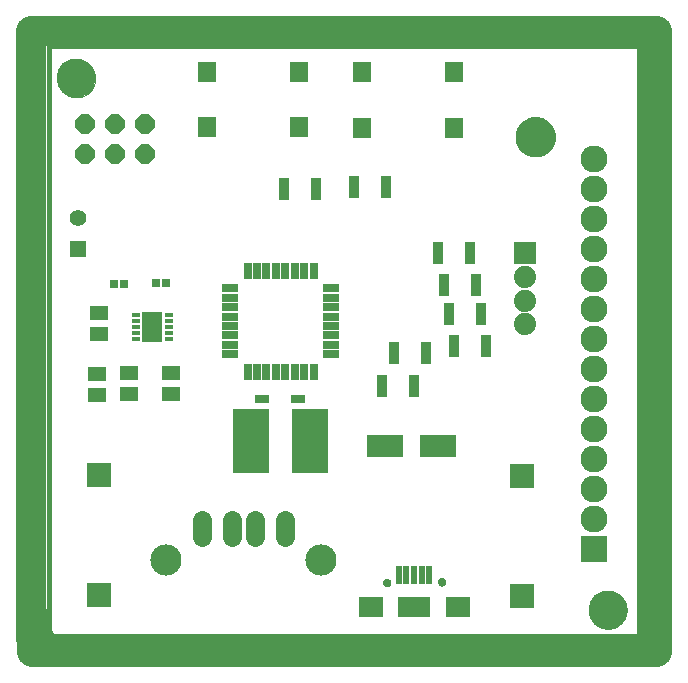
<source format=gts>
G75*
%MOIN*%
%OFA0B0*%
%FSLAX25Y25*%
%IPPOS*%
%LPD*%
%AMOC8*
5,1,8,0,0,1.08239X$1,22.5*
%
%ADD10C,0.01600*%
%ADD11C,0.00000*%
%ADD12C,0.12998*%
%ADD13C,0.10000*%
%ADD14R,0.06100X0.04800*%
%ADD15C,0.09000*%
%ADD16R,0.09000X0.09000*%
%ADD17C,0.00500*%
%ADD18R,0.07400X0.07400*%
%ADD19C,0.07400*%
%ADD20R,0.12211X0.07408*%
%ADD21R,0.05912X0.06699*%
%ADD22R,0.04731X0.03156*%
%ADD23R,0.12211X0.21660*%
%ADD24R,0.03550X0.07487*%
%ADD25R,0.02600X0.02800*%
%ADD26R,0.02762X0.01345*%
%ADD27R,0.06896X0.09849*%
%ADD28R,0.02600X0.05400*%
%ADD29R,0.05400X0.02600*%
%ADD30R,0.01975X0.06109*%
%ADD31C,0.02762*%
%ADD32R,0.07874X0.06693*%
%ADD33R,0.10630X0.06693*%
%ADD34C,0.06337*%
%ADD35C,0.10400*%
%ADD36OC8,0.06400*%
%ADD37R,0.08200X0.08200*%
%ADD38R,0.05550X0.05550*%
%ADD39C,0.05550*%
D10*
X0123337Y0016382D02*
X0123337Y0213232D01*
X0320187Y0213232D01*
X0320187Y0016382D01*
X0123337Y0016382D01*
D11*
X0234912Y0034217D02*
X0234914Y0034286D01*
X0234920Y0034354D01*
X0234930Y0034422D01*
X0234944Y0034489D01*
X0234962Y0034556D01*
X0234983Y0034621D01*
X0235009Y0034685D01*
X0235038Y0034747D01*
X0235070Y0034807D01*
X0235106Y0034866D01*
X0235146Y0034922D01*
X0235188Y0034976D01*
X0235234Y0035027D01*
X0235283Y0035076D01*
X0235334Y0035122D01*
X0235388Y0035164D01*
X0235444Y0035204D01*
X0235502Y0035240D01*
X0235563Y0035272D01*
X0235625Y0035301D01*
X0235689Y0035327D01*
X0235754Y0035348D01*
X0235821Y0035366D01*
X0235888Y0035380D01*
X0235956Y0035390D01*
X0236024Y0035396D01*
X0236093Y0035398D01*
X0236162Y0035396D01*
X0236230Y0035390D01*
X0236298Y0035380D01*
X0236365Y0035366D01*
X0236432Y0035348D01*
X0236497Y0035327D01*
X0236561Y0035301D01*
X0236623Y0035272D01*
X0236683Y0035240D01*
X0236742Y0035204D01*
X0236798Y0035164D01*
X0236852Y0035122D01*
X0236903Y0035076D01*
X0236952Y0035027D01*
X0236998Y0034976D01*
X0237040Y0034922D01*
X0237080Y0034866D01*
X0237116Y0034807D01*
X0237148Y0034747D01*
X0237177Y0034685D01*
X0237203Y0034621D01*
X0237224Y0034556D01*
X0237242Y0034489D01*
X0237256Y0034422D01*
X0237266Y0034354D01*
X0237272Y0034286D01*
X0237274Y0034217D01*
X0237272Y0034148D01*
X0237266Y0034080D01*
X0237256Y0034012D01*
X0237242Y0033945D01*
X0237224Y0033878D01*
X0237203Y0033813D01*
X0237177Y0033749D01*
X0237148Y0033687D01*
X0237116Y0033626D01*
X0237080Y0033568D01*
X0237040Y0033512D01*
X0236998Y0033458D01*
X0236952Y0033407D01*
X0236903Y0033358D01*
X0236852Y0033312D01*
X0236798Y0033270D01*
X0236742Y0033230D01*
X0236684Y0033194D01*
X0236623Y0033162D01*
X0236561Y0033133D01*
X0236497Y0033107D01*
X0236432Y0033086D01*
X0236365Y0033068D01*
X0236298Y0033054D01*
X0236230Y0033044D01*
X0236162Y0033038D01*
X0236093Y0033036D01*
X0236024Y0033038D01*
X0235956Y0033044D01*
X0235888Y0033054D01*
X0235821Y0033068D01*
X0235754Y0033086D01*
X0235689Y0033107D01*
X0235625Y0033133D01*
X0235563Y0033162D01*
X0235502Y0033194D01*
X0235444Y0033230D01*
X0235388Y0033270D01*
X0235334Y0033312D01*
X0235283Y0033358D01*
X0235234Y0033407D01*
X0235188Y0033458D01*
X0235146Y0033512D01*
X0235106Y0033568D01*
X0235070Y0033626D01*
X0235038Y0033687D01*
X0235009Y0033749D01*
X0234983Y0033813D01*
X0234962Y0033878D01*
X0234944Y0033945D01*
X0234930Y0034012D01*
X0234920Y0034080D01*
X0234914Y0034148D01*
X0234912Y0034217D01*
X0253219Y0034413D02*
X0253221Y0034482D01*
X0253227Y0034550D01*
X0253237Y0034618D01*
X0253251Y0034685D01*
X0253269Y0034752D01*
X0253290Y0034817D01*
X0253316Y0034881D01*
X0253345Y0034943D01*
X0253377Y0035003D01*
X0253413Y0035062D01*
X0253453Y0035118D01*
X0253495Y0035172D01*
X0253541Y0035223D01*
X0253590Y0035272D01*
X0253641Y0035318D01*
X0253695Y0035360D01*
X0253751Y0035400D01*
X0253809Y0035436D01*
X0253870Y0035468D01*
X0253932Y0035497D01*
X0253996Y0035523D01*
X0254061Y0035544D01*
X0254128Y0035562D01*
X0254195Y0035576D01*
X0254263Y0035586D01*
X0254331Y0035592D01*
X0254400Y0035594D01*
X0254469Y0035592D01*
X0254537Y0035586D01*
X0254605Y0035576D01*
X0254672Y0035562D01*
X0254739Y0035544D01*
X0254804Y0035523D01*
X0254868Y0035497D01*
X0254930Y0035468D01*
X0254990Y0035436D01*
X0255049Y0035400D01*
X0255105Y0035360D01*
X0255159Y0035318D01*
X0255210Y0035272D01*
X0255259Y0035223D01*
X0255305Y0035172D01*
X0255347Y0035118D01*
X0255387Y0035062D01*
X0255423Y0035003D01*
X0255455Y0034943D01*
X0255484Y0034881D01*
X0255510Y0034817D01*
X0255531Y0034752D01*
X0255549Y0034685D01*
X0255563Y0034618D01*
X0255573Y0034550D01*
X0255579Y0034482D01*
X0255581Y0034413D01*
X0255579Y0034344D01*
X0255573Y0034276D01*
X0255563Y0034208D01*
X0255549Y0034141D01*
X0255531Y0034074D01*
X0255510Y0034009D01*
X0255484Y0033945D01*
X0255455Y0033883D01*
X0255423Y0033822D01*
X0255387Y0033764D01*
X0255347Y0033708D01*
X0255305Y0033654D01*
X0255259Y0033603D01*
X0255210Y0033554D01*
X0255159Y0033508D01*
X0255105Y0033466D01*
X0255049Y0033426D01*
X0254991Y0033390D01*
X0254930Y0033358D01*
X0254868Y0033329D01*
X0254804Y0033303D01*
X0254739Y0033282D01*
X0254672Y0033264D01*
X0254605Y0033250D01*
X0254537Y0033240D01*
X0254469Y0033234D01*
X0254400Y0033232D01*
X0254331Y0033234D01*
X0254263Y0033240D01*
X0254195Y0033250D01*
X0254128Y0033264D01*
X0254061Y0033282D01*
X0253996Y0033303D01*
X0253932Y0033329D01*
X0253870Y0033358D01*
X0253809Y0033390D01*
X0253751Y0033426D01*
X0253695Y0033466D01*
X0253641Y0033508D01*
X0253590Y0033554D01*
X0253541Y0033603D01*
X0253495Y0033654D01*
X0253453Y0033708D01*
X0253413Y0033764D01*
X0253377Y0033822D01*
X0253345Y0033883D01*
X0253316Y0033945D01*
X0253290Y0034009D01*
X0253269Y0034074D01*
X0253251Y0034141D01*
X0253237Y0034208D01*
X0253227Y0034276D01*
X0253221Y0034344D01*
X0253219Y0034413D01*
X0303416Y0025122D02*
X0303418Y0025280D01*
X0303424Y0025438D01*
X0303434Y0025596D01*
X0303448Y0025754D01*
X0303466Y0025911D01*
X0303487Y0026068D01*
X0303513Y0026224D01*
X0303543Y0026380D01*
X0303576Y0026535D01*
X0303614Y0026688D01*
X0303655Y0026841D01*
X0303700Y0026993D01*
X0303749Y0027144D01*
X0303802Y0027293D01*
X0303858Y0027441D01*
X0303918Y0027587D01*
X0303982Y0027732D01*
X0304050Y0027875D01*
X0304121Y0028017D01*
X0304195Y0028157D01*
X0304273Y0028294D01*
X0304355Y0028430D01*
X0304439Y0028564D01*
X0304528Y0028695D01*
X0304619Y0028824D01*
X0304714Y0028951D01*
X0304811Y0029076D01*
X0304912Y0029198D01*
X0305016Y0029317D01*
X0305123Y0029434D01*
X0305233Y0029548D01*
X0305346Y0029659D01*
X0305461Y0029768D01*
X0305579Y0029873D01*
X0305700Y0029975D01*
X0305823Y0030075D01*
X0305949Y0030171D01*
X0306077Y0030264D01*
X0306207Y0030354D01*
X0306340Y0030440D01*
X0306475Y0030524D01*
X0306611Y0030603D01*
X0306750Y0030680D01*
X0306891Y0030752D01*
X0307033Y0030822D01*
X0307177Y0030887D01*
X0307323Y0030949D01*
X0307470Y0031007D01*
X0307619Y0031062D01*
X0307769Y0031113D01*
X0307920Y0031160D01*
X0308072Y0031203D01*
X0308225Y0031242D01*
X0308380Y0031278D01*
X0308535Y0031309D01*
X0308691Y0031337D01*
X0308847Y0031361D01*
X0309004Y0031381D01*
X0309162Y0031397D01*
X0309319Y0031409D01*
X0309478Y0031417D01*
X0309636Y0031421D01*
X0309794Y0031421D01*
X0309952Y0031417D01*
X0310111Y0031409D01*
X0310268Y0031397D01*
X0310426Y0031381D01*
X0310583Y0031361D01*
X0310739Y0031337D01*
X0310895Y0031309D01*
X0311050Y0031278D01*
X0311205Y0031242D01*
X0311358Y0031203D01*
X0311510Y0031160D01*
X0311661Y0031113D01*
X0311811Y0031062D01*
X0311960Y0031007D01*
X0312107Y0030949D01*
X0312253Y0030887D01*
X0312397Y0030822D01*
X0312539Y0030752D01*
X0312680Y0030680D01*
X0312819Y0030603D01*
X0312955Y0030524D01*
X0313090Y0030440D01*
X0313223Y0030354D01*
X0313353Y0030264D01*
X0313481Y0030171D01*
X0313607Y0030075D01*
X0313730Y0029975D01*
X0313851Y0029873D01*
X0313969Y0029768D01*
X0314084Y0029659D01*
X0314197Y0029548D01*
X0314307Y0029434D01*
X0314414Y0029317D01*
X0314518Y0029198D01*
X0314619Y0029076D01*
X0314716Y0028951D01*
X0314811Y0028824D01*
X0314902Y0028695D01*
X0314991Y0028564D01*
X0315075Y0028430D01*
X0315157Y0028294D01*
X0315235Y0028157D01*
X0315309Y0028017D01*
X0315380Y0027875D01*
X0315448Y0027732D01*
X0315512Y0027587D01*
X0315572Y0027441D01*
X0315628Y0027293D01*
X0315681Y0027144D01*
X0315730Y0026993D01*
X0315775Y0026841D01*
X0315816Y0026688D01*
X0315854Y0026535D01*
X0315887Y0026380D01*
X0315917Y0026224D01*
X0315943Y0026068D01*
X0315964Y0025911D01*
X0315982Y0025754D01*
X0315996Y0025596D01*
X0316006Y0025438D01*
X0316012Y0025280D01*
X0316014Y0025122D01*
X0316012Y0024964D01*
X0316006Y0024806D01*
X0315996Y0024648D01*
X0315982Y0024490D01*
X0315964Y0024333D01*
X0315943Y0024176D01*
X0315917Y0024020D01*
X0315887Y0023864D01*
X0315854Y0023709D01*
X0315816Y0023556D01*
X0315775Y0023403D01*
X0315730Y0023251D01*
X0315681Y0023100D01*
X0315628Y0022951D01*
X0315572Y0022803D01*
X0315512Y0022657D01*
X0315448Y0022512D01*
X0315380Y0022369D01*
X0315309Y0022227D01*
X0315235Y0022087D01*
X0315157Y0021950D01*
X0315075Y0021814D01*
X0314991Y0021680D01*
X0314902Y0021549D01*
X0314811Y0021420D01*
X0314716Y0021293D01*
X0314619Y0021168D01*
X0314518Y0021046D01*
X0314414Y0020927D01*
X0314307Y0020810D01*
X0314197Y0020696D01*
X0314084Y0020585D01*
X0313969Y0020476D01*
X0313851Y0020371D01*
X0313730Y0020269D01*
X0313607Y0020169D01*
X0313481Y0020073D01*
X0313353Y0019980D01*
X0313223Y0019890D01*
X0313090Y0019804D01*
X0312955Y0019720D01*
X0312819Y0019641D01*
X0312680Y0019564D01*
X0312539Y0019492D01*
X0312397Y0019422D01*
X0312253Y0019357D01*
X0312107Y0019295D01*
X0311960Y0019237D01*
X0311811Y0019182D01*
X0311661Y0019131D01*
X0311510Y0019084D01*
X0311358Y0019041D01*
X0311205Y0019002D01*
X0311050Y0018966D01*
X0310895Y0018935D01*
X0310739Y0018907D01*
X0310583Y0018883D01*
X0310426Y0018863D01*
X0310268Y0018847D01*
X0310111Y0018835D01*
X0309952Y0018827D01*
X0309794Y0018823D01*
X0309636Y0018823D01*
X0309478Y0018827D01*
X0309319Y0018835D01*
X0309162Y0018847D01*
X0309004Y0018863D01*
X0308847Y0018883D01*
X0308691Y0018907D01*
X0308535Y0018935D01*
X0308380Y0018966D01*
X0308225Y0019002D01*
X0308072Y0019041D01*
X0307920Y0019084D01*
X0307769Y0019131D01*
X0307619Y0019182D01*
X0307470Y0019237D01*
X0307323Y0019295D01*
X0307177Y0019357D01*
X0307033Y0019422D01*
X0306891Y0019492D01*
X0306750Y0019564D01*
X0306611Y0019641D01*
X0306475Y0019720D01*
X0306340Y0019804D01*
X0306207Y0019890D01*
X0306077Y0019980D01*
X0305949Y0020073D01*
X0305823Y0020169D01*
X0305700Y0020269D01*
X0305579Y0020371D01*
X0305461Y0020476D01*
X0305346Y0020585D01*
X0305233Y0020696D01*
X0305123Y0020810D01*
X0305016Y0020927D01*
X0304912Y0021046D01*
X0304811Y0021168D01*
X0304714Y0021293D01*
X0304619Y0021420D01*
X0304528Y0021549D01*
X0304439Y0021680D01*
X0304355Y0021814D01*
X0304273Y0021950D01*
X0304195Y0022087D01*
X0304121Y0022227D01*
X0304050Y0022369D01*
X0303982Y0022512D01*
X0303918Y0022657D01*
X0303858Y0022803D01*
X0303802Y0022951D01*
X0303749Y0023100D01*
X0303700Y0023251D01*
X0303655Y0023403D01*
X0303614Y0023556D01*
X0303576Y0023709D01*
X0303543Y0023864D01*
X0303513Y0024020D01*
X0303487Y0024176D01*
X0303466Y0024333D01*
X0303448Y0024490D01*
X0303434Y0024648D01*
X0303424Y0024806D01*
X0303418Y0024964D01*
X0303416Y0025122D01*
X0279360Y0182642D02*
X0279362Y0182800D01*
X0279368Y0182958D01*
X0279378Y0183116D01*
X0279392Y0183274D01*
X0279410Y0183431D01*
X0279431Y0183588D01*
X0279457Y0183744D01*
X0279487Y0183900D01*
X0279520Y0184055D01*
X0279558Y0184208D01*
X0279599Y0184361D01*
X0279644Y0184513D01*
X0279693Y0184664D01*
X0279746Y0184813D01*
X0279802Y0184961D01*
X0279862Y0185107D01*
X0279926Y0185252D01*
X0279994Y0185395D01*
X0280065Y0185537D01*
X0280139Y0185677D01*
X0280217Y0185814D01*
X0280299Y0185950D01*
X0280383Y0186084D01*
X0280472Y0186215D01*
X0280563Y0186344D01*
X0280658Y0186471D01*
X0280755Y0186596D01*
X0280856Y0186718D01*
X0280960Y0186837D01*
X0281067Y0186954D01*
X0281177Y0187068D01*
X0281290Y0187179D01*
X0281405Y0187288D01*
X0281523Y0187393D01*
X0281644Y0187495D01*
X0281767Y0187595D01*
X0281893Y0187691D01*
X0282021Y0187784D01*
X0282151Y0187874D01*
X0282284Y0187960D01*
X0282419Y0188044D01*
X0282555Y0188123D01*
X0282694Y0188200D01*
X0282835Y0188272D01*
X0282977Y0188342D01*
X0283121Y0188407D01*
X0283267Y0188469D01*
X0283414Y0188527D01*
X0283563Y0188582D01*
X0283713Y0188633D01*
X0283864Y0188680D01*
X0284016Y0188723D01*
X0284169Y0188762D01*
X0284324Y0188798D01*
X0284479Y0188829D01*
X0284635Y0188857D01*
X0284791Y0188881D01*
X0284948Y0188901D01*
X0285106Y0188917D01*
X0285263Y0188929D01*
X0285422Y0188937D01*
X0285580Y0188941D01*
X0285738Y0188941D01*
X0285896Y0188937D01*
X0286055Y0188929D01*
X0286212Y0188917D01*
X0286370Y0188901D01*
X0286527Y0188881D01*
X0286683Y0188857D01*
X0286839Y0188829D01*
X0286994Y0188798D01*
X0287149Y0188762D01*
X0287302Y0188723D01*
X0287454Y0188680D01*
X0287605Y0188633D01*
X0287755Y0188582D01*
X0287904Y0188527D01*
X0288051Y0188469D01*
X0288197Y0188407D01*
X0288341Y0188342D01*
X0288483Y0188272D01*
X0288624Y0188200D01*
X0288763Y0188123D01*
X0288899Y0188044D01*
X0289034Y0187960D01*
X0289167Y0187874D01*
X0289297Y0187784D01*
X0289425Y0187691D01*
X0289551Y0187595D01*
X0289674Y0187495D01*
X0289795Y0187393D01*
X0289913Y0187288D01*
X0290028Y0187179D01*
X0290141Y0187068D01*
X0290251Y0186954D01*
X0290358Y0186837D01*
X0290462Y0186718D01*
X0290563Y0186596D01*
X0290660Y0186471D01*
X0290755Y0186344D01*
X0290846Y0186215D01*
X0290935Y0186084D01*
X0291019Y0185950D01*
X0291101Y0185814D01*
X0291179Y0185677D01*
X0291253Y0185537D01*
X0291324Y0185395D01*
X0291392Y0185252D01*
X0291456Y0185107D01*
X0291516Y0184961D01*
X0291572Y0184813D01*
X0291625Y0184664D01*
X0291674Y0184513D01*
X0291719Y0184361D01*
X0291760Y0184208D01*
X0291798Y0184055D01*
X0291831Y0183900D01*
X0291861Y0183744D01*
X0291887Y0183588D01*
X0291908Y0183431D01*
X0291926Y0183274D01*
X0291940Y0183116D01*
X0291950Y0182958D01*
X0291956Y0182800D01*
X0291958Y0182642D01*
X0291956Y0182484D01*
X0291950Y0182326D01*
X0291940Y0182168D01*
X0291926Y0182010D01*
X0291908Y0181853D01*
X0291887Y0181696D01*
X0291861Y0181540D01*
X0291831Y0181384D01*
X0291798Y0181229D01*
X0291760Y0181076D01*
X0291719Y0180923D01*
X0291674Y0180771D01*
X0291625Y0180620D01*
X0291572Y0180471D01*
X0291516Y0180323D01*
X0291456Y0180177D01*
X0291392Y0180032D01*
X0291324Y0179889D01*
X0291253Y0179747D01*
X0291179Y0179607D01*
X0291101Y0179470D01*
X0291019Y0179334D01*
X0290935Y0179200D01*
X0290846Y0179069D01*
X0290755Y0178940D01*
X0290660Y0178813D01*
X0290563Y0178688D01*
X0290462Y0178566D01*
X0290358Y0178447D01*
X0290251Y0178330D01*
X0290141Y0178216D01*
X0290028Y0178105D01*
X0289913Y0177996D01*
X0289795Y0177891D01*
X0289674Y0177789D01*
X0289551Y0177689D01*
X0289425Y0177593D01*
X0289297Y0177500D01*
X0289167Y0177410D01*
X0289034Y0177324D01*
X0288899Y0177240D01*
X0288763Y0177161D01*
X0288624Y0177084D01*
X0288483Y0177012D01*
X0288341Y0176942D01*
X0288197Y0176877D01*
X0288051Y0176815D01*
X0287904Y0176757D01*
X0287755Y0176702D01*
X0287605Y0176651D01*
X0287454Y0176604D01*
X0287302Y0176561D01*
X0287149Y0176522D01*
X0286994Y0176486D01*
X0286839Y0176455D01*
X0286683Y0176427D01*
X0286527Y0176403D01*
X0286370Y0176383D01*
X0286212Y0176367D01*
X0286055Y0176355D01*
X0285896Y0176347D01*
X0285738Y0176343D01*
X0285580Y0176343D01*
X0285422Y0176347D01*
X0285263Y0176355D01*
X0285106Y0176367D01*
X0284948Y0176383D01*
X0284791Y0176403D01*
X0284635Y0176427D01*
X0284479Y0176455D01*
X0284324Y0176486D01*
X0284169Y0176522D01*
X0284016Y0176561D01*
X0283864Y0176604D01*
X0283713Y0176651D01*
X0283563Y0176702D01*
X0283414Y0176757D01*
X0283267Y0176815D01*
X0283121Y0176877D01*
X0282977Y0176942D01*
X0282835Y0177012D01*
X0282694Y0177084D01*
X0282555Y0177161D01*
X0282419Y0177240D01*
X0282284Y0177324D01*
X0282151Y0177410D01*
X0282021Y0177500D01*
X0281893Y0177593D01*
X0281767Y0177689D01*
X0281644Y0177789D01*
X0281523Y0177891D01*
X0281405Y0177996D01*
X0281290Y0178105D01*
X0281177Y0178216D01*
X0281067Y0178330D01*
X0280960Y0178447D01*
X0280856Y0178566D01*
X0280755Y0178688D01*
X0280658Y0178813D01*
X0280563Y0178940D01*
X0280472Y0179069D01*
X0280383Y0179200D01*
X0280299Y0179334D01*
X0280217Y0179470D01*
X0280139Y0179607D01*
X0280065Y0179747D01*
X0279994Y0179889D01*
X0279926Y0180032D01*
X0279862Y0180177D01*
X0279802Y0180323D01*
X0279746Y0180471D01*
X0279693Y0180620D01*
X0279644Y0180771D01*
X0279599Y0180923D01*
X0279558Y0181076D01*
X0279520Y0181229D01*
X0279487Y0181384D01*
X0279457Y0181540D01*
X0279431Y0181696D01*
X0279410Y0181853D01*
X0279392Y0182010D01*
X0279378Y0182168D01*
X0279368Y0182326D01*
X0279362Y0182484D01*
X0279360Y0182642D01*
X0126250Y0202287D02*
X0126252Y0202445D01*
X0126258Y0202603D01*
X0126268Y0202761D01*
X0126282Y0202919D01*
X0126300Y0203076D01*
X0126321Y0203233D01*
X0126347Y0203389D01*
X0126377Y0203545D01*
X0126410Y0203700D01*
X0126448Y0203853D01*
X0126489Y0204006D01*
X0126534Y0204158D01*
X0126583Y0204309D01*
X0126636Y0204458D01*
X0126692Y0204606D01*
X0126752Y0204752D01*
X0126816Y0204897D01*
X0126884Y0205040D01*
X0126955Y0205182D01*
X0127029Y0205322D01*
X0127107Y0205459D01*
X0127189Y0205595D01*
X0127273Y0205729D01*
X0127362Y0205860D01*
X0127453Y0205989D01*
X0127548Y0206116D01*
X0127645Y0206241D01*
X0127746Y0206363D01*
X0127850Y0206482D01*
X0127957Y0206599D01*
X0128067Y0206713D01*
X0128180Y0206824D01*
X0128295Y0206933D01*
X0128413Y0207038D01*
X0128534Y0207140D01*
X0128657Y0207240D01*
X0128783Y0207336D01*
X0128911Y0207429D01*
X0129041Y0207519D01*
X0129174Y0207605D01*
X0129309Y0207689D01*
X0129445Y0207768D01*
X0129584Y0207845D01*
X0129725Y0207917D01*
X0129867Y0207987D01*
X0130011Y0208052D01*
X0130157Y0208114D01*
X0130304Y0208172D01*
X0130453Y0208227D01*
X0130603Y0208278D01*
X0130754Y0208325D01*
X0130906Y0208368D01*
X0131059Y0208407D01*
X0131214Y0208443D01*
X0131369Y0208474D01*
X0131525Y0208502D01*
X0131681Y0208526D01*
X0131838Y0208546D01*
X0131996Y0208562D01*
X0132153Y0208574D01*
X0132312Y0208582D01*
X0132470Y0208586D01*
X0132628Y0208586D01*
X0132786Y0208582D01*
X0132945Y0208574D01*
X0133102Y0208562D01*
X0133260Y0208546D01*
X0133417Y0208526D01*
X0133573Y0208502D01*
X0133729Y0208474D01*
X0133884Y0208443D01*
X0134039Y0208407D01*
X0134192Y0208368D01*
X0134344Y0208325D01*
X0134495Y0208278D01*
X0134645Y0208227D01*
X0134794Y0208172D01*
X0134941Y0208114D01*
X0135087Y0208052D01*
X0135231Y0207987D01*
X0135373Y0207917D01*
X0135514Y0207845D01*
X0135653Y0207768D01*
X0135789Y0207689D01*
X0135924Y0207605D01*
X0136057Y0207519D01*
X0136187Y0207429D01*
X0136315Y0207336D01*
X0136441Y0207240D01*
X0136564Y0207140D01*
X0136685Y0207038D01*
X0136803Y0206933D01*
X0136918Y0206824D01*
X0137031Y0206713D01*
X0137141Y0206599D01*
X0137248Y0206482D01*
X0137352Y0206363D01*
X0137453Y0206241D01*
X0137550Y0206116D01*
X0137645Y0205989D01*
X0137736Y0205860D01*
X0137825Y0205729D01*
X0137909Y0205595D01*
X0137991Y0205459D01*
X0138069Y0205322D01*
X0138143Y0205182D01*
X0138214Y0205040D01*
X0138282Y0204897D01*
X0138346Y0204752D01*
X0138406Y0204606D01*
X0138462Y0204458D01*
X0138515Y0204309D01*
X0138564Y0204158D01*
X0138609Y0204006D01*
X0138650Y0203853D01*
X0138688Y0203700D01*
X0138721Y0203545D01*
X0138751Y0203389D01*
X0138777Y0203233D01*
X0138798Y0203076D01*
X0138816Y0202919D01*
X0138830Y0202761D01*
X0138840Y0202603D01*
X0138846Y0202445D01*
X0138848Y0202287D01*
X0138846Y0202129D01*
X0138840Y0201971D01*
X0138830Y0201813D01*
X0138816Y0201655D01*
X0138798Y0201498D01*
X0138777Y0201341D01*
X0138751Y0201185D01*
X0138721Y0201029D01*
X0138688Y0200874D01*
X0138650Y0200721D01*
X0138609Y0200568D01*
X0138564Y0200416D01*
X0138515Y0200265D01*
X0138462Y0200116D01*
X0138406Y0199968D01*
X0138346Y0199822D01*
X0138282Y0199677D01*
X0138214Y0199534D01*
X0138143Y0199392D01*
X0138069Y0199252D01*
X0137991Y0199115D01*
X0137909Y0198979D01*
X0137825Y0198845D01*
X0137736Y0198714D01*
X0137645Y0198585D01*
X0137550Y0198458D01*
X0137453Y0198333D01*
X0137352Y0198211D01*
X0137248Y0198092D01*
X0137141Y0197975D01*
X0137031Y0197861D01*
X0136918Y0197750D01*
X0136803Y0197641D01*
X0136685Y0197536D01*
X0136564Y0197434D01*
X0136441Y0197334D01*
X0136315Y0197238D01*
X0136187Y0197145D01*
X0136057Y0197055D01*
X0135924Y0196969D01*
X0135789Y0196885D01*
X0135653Y0196806D01*
X0135514Y0196729D01*
X0135373Y0196657D01*
X0135231Y0196587D01*
X0135087Y0196522D01*
X0134941Y0196460D01*
X0134794Y0196402D01*
X0134645Y0196347D01*
X0134495Y0196296D01*
X0134344Y0196249D01*
X0134192Y0196206D01*
X0134039Y0196167D01*
X0133884Y0196131D01*
X0133729Y0196100D01*
X0133573Y0196072D01*
X0133417Y0196048D01*
X0133260Y0196028D01*
X0133102Y0196012D01*
X0132945Y0196000D01*
X0132786Y0195992D01*
X0132628Y0195988D01*
X0132470Y0195988D01*
X0132312Y0195992D01*
X0132153Y0196000D01*
X0131996Y0196012D01*
X0131838Y0196028D01*
X0131681Y0196048D01*
X0131525Y0196072D01*
X0131369Y0196100D01*
X0131214Y0196131D01*
X0131059Y0196167D01*
X0130906Y0196206D01*
X0130754Y0196249D01*
X0130603Y0196296D01*
X0130453Y0196347D01*
X0130304Y0196402D01*
X0130157Y0196460D01*
X0130011Y0196522D01*
X0129867Y0196587D01*
X0129725Y0196657D01*
X0129584Y0196729D01*
X0129445Y0196806D01*
X0129309Y0196885D01*
X0129174Y0196969D01*
X0129041Y0197055D01*
X0128911Y0197145D01*
X0128783Y0197238D01*
X0128657Y0197334D01*
X0128534Y0197434D01*
X0128413Y0197536D01*
X0128295Y0197641D01*
X0128180Y0197750D01*
X0128067Y0197861D01*
X0127957Y0197975D01*
X0127850Y0198092D01*
X0127746Y0198211D01*
X0127645Y0198333D01*
X0127548Y0198458D01*
X0127453Y0198585D01*
X0127362Y0198714D01*
X0127273Y0198845D01*
X0127189Y0198979D01*
X0127107Y0199115D01*
X0127029Y0199252D01*
X0126955Y0199392D01*
X0126884Y0199534D01*
X0126816Y0199677D01*
X0126752Y0199822D01*
X0126692Y0199968D01*
X0126636Y0200116D01*
X0126583Y0200265D01*
X0126534Y0200416D01*
X0126489Y0200568D01*
X0126448Y0200721D01*
X0126410Y0200874D01*
X0126377Y0201029D01*
X0126347Y0201185D01*
X0126321Y0201341D01*
X0126300Y0201498D01*
X0126282Y0201655D01*
X0126268Y0201813D01*
X0126258Y0201971D01*
X0126252Y0202129D01*
X0126250Y0202287D01*
D12*
X0132549Y0202287D03*
X0285659Y0182642D03*
X0309715Y0025122D03*
D13*
X0117943Y0024492D02*
X0117943Y0011185D01*
X0326053Y0011185D01*
X0326053Y0218193D01*
X0117589Y0218193D01*
X0117589Y0015280D01*
X0120305Y0015280D01*
D14*
X0139596Y0096611D03*
X0139596Y0103711D03*
X0150226Y0104105D03*
X0150226Y0097005D03*
X0164006Y0097084D03*
X0164006Y0104184D03*
X0140148Y0116926D03*
X0140148Y0124026D03*
D15*
X0305108Y0125516D03*
X0305108Y0135516D03*
X0305108Y0145516D03*
X0305108Y0155516D03*
X0305108Y0165516D03*
X0305108Y0175516D03*
X0305108Y0115516D03*
X0305108Y0105516D03*
X0305108Y0095516D03*
X0305108Y0085516D03*
X0305108Y0075516D03*
X0305108Y0065516D03*
X0305108Y0055516D03*
D16*
X0305108Y0045516D03*
D17*
X0279308Y0182720D02*
X0279310Y0182879D01*
X0279316Y0183039D01*
X0279326Y0183198D01*
X0279340Y0183356D01*
X0279358Y0183515D01*
X0279379Y0183673D01*
X0279405Y0183830D01*
X0279435Y0183986D01*
X0279468Y0184142D01*
X0279506Y0184297D01*
X0279547Y0184451D01*
X0279592Y0184604D01*
X0279641Y0184755D01*
X0279693Y0184906D01*
X0279750Y0185055D01*
X0279810Y0185202D01*
X0279874Y0185349D01*
X0279941Y0185493D01*
X0280012Y0185636D01*
X0280086Y0185777D01*
X0280164Y0185916D01*
X0280246Y0186052D01*
X0280330Y0186187D01*
X0280419Y0186320D01*
X0280510Y0186451D01*
X0280605Y0186579D01*
X0280702Y0186705D01*
X0280803Y0186828D01*
X0280907Y0186949D01*
X0281014Y0187067D01*
X0281124Y0187182D01*
X0281237Y0187295D01*
X0281352Y0187405D01*
X0281470Y0187512D01*
X0281591Y0187616D01*
X0281714Y0187717D01*
X0281840Y0187814D01*
X0281968Y0187909D01*
X0282099Y0188000D01*
X0282232Y0188089D01*
X0282367Y0188173D01*
X0282504Y0188255D01*
X0282642Y0188333D01*
X0282783Y0188407D01*
X0282926Y0188478D01*
X0283070Y0188545D01*
X0283217Y0188609D01*
X0283364Y0188669D01*
X0283513Y0188726D01*
X0283664Y0188778D01*
X0283815Y0188827D01*
X0283968Y0188872D01*
X0284122Y0188913D01*
X0284277Y0188951D01*
X0284433Y0188984D01*
X0284589Y0189014D01*
X0284746Y0189040D01*
X0284904Y0189061D01*
X0285063Y0189079D01*
X0285221Y0189093D01*
X0285380Y0189103D01*
X0285540Y0189109D01*
X0285699Y0189111D01*
X0285858Y0189109D01*
X0286018Y0189103D01*
X0286177Y0189093D01*
X0286335Y0189079D01*
X0286494Y0189061D01*
X0286652Y0189040D01*
X0286809Y0189014D01*
X0286965Y0188984D01*
X0287121Y0188951D01*
X0287276Y0188913D01*
X0287430Y0188872D01*
X0287583Y0188827D01*
X0287734Y0188778D01*
X0287885Y0188726D01*
X0288034Y0188669D01*
X0288181Y0188609D01*
X0288328Y0188545D01*
X0288472Y0188478D01*
X0288615Y0188407D01*
X0288756Y0188333D01*
X0288895Y0188255D01*
X0289031Y0188173D01*
X0289166Y0188089D01*
X0289299Y0188000D01*
X0289430Y0187909D01*
X0289558Y0187814D01*
X0289684Y0187717D01*
X0289807Y0187616D01*
X0289928Y0187512D01*
X0290046Y0187405D01*
X0290161Y0187295D01*
X0290274Y0187182D01*
X0290384Y0187067D01*
X0290491Y0186949D01*
X0290595Y0186828D01*
X0290696Y0186705D01*
X0290793Y0186579D01*
X0290888Y0186451D01*
X0290979Y0186320D01*
X0291068Y0186187D01*
X0291152Y0186052D01*
X0291234Y0185915D01*
X0291312Y0185777D01*
X0291386Y0185636D01*
X0291457Y0185493D01*
X0291524Y0185349D01*
X0291588Y0185202D01*
X0291648Y0185055D01*
X0291705Y0184906D01*
X0291757Y0184755D01*
X0291806Y0184604D01*
X0291851Y0184451D01*
X0291892Y0184297D01*
X0291930Y0184142D01*
X0291963Y0183986D01*
X0291993Y0183830D01*
X0292019Y0183673D01*
X0292040Y0183515D01*
X0292058Y0183356D01*
X0292072Y0183198D01*
X0292082Y0183039D01*
X0292088Y0182879D01*
X0292090Y0182720D01*
X0292088Y0182561D01*
X0292082Y0182401D01*
X0292072Y0182242D01*
X0292058Y0182084D01*
X0292040Y0181925D01*
X0292019Y0181767D01*
X0291993Y0181610D01*
X0291963Y0181454D01*
X0291930Y0181298D01*
X0291892Y0181143D01*
X0291851Y0180989D01*
X0291806Y0180836D01*
X0291757Y0180685D01*
X0291705Y0180534D01*
X0291648Y0180385D01*
X0291588Y0180238D01*
X0291524Y0180091D01*
X0291457Y0179947D01*
X0291386Y0179804D01*
X0291312Y0179663D01*
X0291234Y0179524D01*
X0291152Y0179388D01*
X0291068Y0179253D01*
X0290979Y0179120D01*
X0290888Y0178989D01*
X0290793Y0178861D01*
X0290696Y0178735D01*
X0290595Y0178612D01*
X0290491Y0178491D01*
X0290384Y0178373D01*
X0290274Y0178258D01*
X0290161Y0178145D01*
X0290046Y0178035D01*
X0289928Y0177928D01*
X0289807Y0177824D01*
X0289684Y0177723D01*
X0289558Y0177626D01*
X0289430Y0177531D01*
X0289299Y0177440D01*
X0289166Y0177351D01*
X0289031Y0177267D01*
X0288894Y0177185D01*
X0288756Y0177107D01*
X0288615Y0177033D01*
X0288472Y0176962D01*
X0288328Y0176895D01*
X0288181Y0176831D01*
X0288034Y0176771D01*
X0287885Y0176714D01*
X0287734Y0176662D01*
X0287583Y0176613D01*
X0287430Y0176568D01*
X0287276Y0176527D01*
X0287121Y0176489D01*
X0286965Y0176456D01*
X0286809Y0176426D01*
X0286652Y0176400D01*
X0286494Y0176379D01*
X0286335Y0176361D01*
X0286177Y0176347D01*
X0286018Y0176337D01*
X0285858Y0176331D01*
X0285699Y0176329D01*
X0285540Y0176331D01*
X0285380Y0176337D01*
X0285221Y0176347D01*
X0285063Y0176361D01*
X0284904Y0176379D01*
X0284746Y0176400D01*
X0284589Y0176426D01*
X0284433Y0176456D01*
X0284277Y0176489D01*
X0284122Y0176527D01*
X0283968Y0176568D01*
X0283815Y0176613D01*
X0283664Y0176662D01*
X0283513Y0176714D01*
X0283364Y0176771D01*
X0283217Y0176831D01*
X0283070Y0176895D01*
X0282926Y0176962D01*
X0282783Y0177033D01*
X0282642Y0177107D01*
X0282503Y0177185D01*
X0282367Y0177267D01*
X0282232Y0177351D01*
X0282099Y0177440D01*
X0281968Y0177531D01*
X0281840Y0177626D01*
X0281714Y0177723D01*
X0281591Y0177824D01*
X0281470Y0177928D01*
X0281352Y0178035D01*
X0281237Y0178145D01*
X0281124Y0178258D01*
X0281014Y0178373D01*
X0280907Y0178491D01*
X0280803Y0178612D01*
X0280702Y0178735D01*
X0280605Y0178861D01*
X0280510Y0178989D01*
X0280419Y0179120D01*
X0280330Y0179253D01*
X0280246Y0179388D01*
X0280164Y0179525D01*
X0280086Y0179663D01*
X0280012Y0179804D01*
X0279941Y0179947D01*
X0279874Y0180091D01*
X0279810Y0180238D01*
X0279750Y0180385D01*
X0279693Y0180534D01*
X0279641Y0180685D01*
X0279592Y0180836D01*
X0279547Y0180989D01*
X0279506Y0181143D01*
X0279468Y0181298D01*
X0279435Y0181454D01*
X0279405Y0181610D01*
X0279379Y0181767D01*
X0279358Y0181925D01*
X0279340Y0182084D01*
X0279326Y0182242D01*
X0279316Y0182401D01*
X0279310Y0182561D01*
X0279308Y0182720D01*
D18*
X0282195Y0143941D03*
D19*
X0282195Y0136067D03*
X0282195Y0128193D03*
X0282195Y0120319D03*
D20*
X0253100Y0079728D03*
X0235384Y0079807D03*
D21*
X0227667Y0185831D03*
X0206722Y0185949D03*
X0206722Y0204492D03*
X0227667Y0204374D03*
X0258376Y0204374D03*
X0258376Y0185831D03*
X0176014Y0185949D03*
X0176014Y0204492D03*
D22*
X0194400Y0095358D03*
X0206604Y0095358D03*
D23*
X0210344Y0081343D03*
X0190659Y0081343D03*
D24*
X0234439Y0099807D03*
X0245069Y0099807D03*
X0249045Y0110752D03*
X0258455Y0113114D03*
X0269085Y0113114D03*
X0267470Y0123744D03*
X0256841Y0123744D03*
X0255226Y0133587D03*
X0265856Y0133587D03*
X0263848Y0144217D03*
X0253219Y0144217D03*
X0235659Y0166106D03*
X0225030Y0166106D03*
X0212392Y0165319D03*
X0201762Y0165319D03*
X0238415Y0110752D03*
D25*
X0162467Y0133941D03*
X0159167Y0133941D03*
X0148333Y0133862D03*
X0145033Y0133862D03*
D26*
X0152392Y0123311D03*
X0152392Y0121343D03*
X0152392Y0119374D03*
X0152392Y0117406D03*
X0152392Y0115437D03*
X0163415Y0115437D03*
X0163415Y0117406D03*
X0163415Y0119374D03*
X0163415Y0121343D03*
X0163415Y0123311D03*
D27*
X0157904Y0119374D03*
D28*
X0189636Y0104443D03*
X0192785Y0104443D03*
X0195935Y0104443D03*
X0199085Y0104443D03*
X0202234Y0104443D03*
X0205384Y0104443D03*
X0208533Y0104443D03*
X0211683Y0104443D03*
X0211683Y0138243D03*
X0208533Y0138243D03*
X0205384Y0138243D03*
X0202234Y0138243D03*
X0199085Y0138243D03*
X0195935Y0138243D03*
X0192785Y0138243D03*
X0189636Y0138243D03*
D29*
X0183759Y0132366D03*
X0183759Y0129217D03*
X0183759Y0126067D03*
X0183759Y0122917D03*
X0183759Y0119768D03*
X0183759Y0116618D03*
X0183759Y0113469D03*
X0183759Y0110319D03*
X0217559Y0110319D03*
X0217559Y0113469D03*
X0217559Y0116618D03*
X0217559Y0119768D03*
X0217559Y0122917D03*
X0217559Y0126067D03*
X0217559Y0129217D03*
X0217559Y0132366D03*
D30*
X0240030Y0036874D03*
X0242589Y0036874D03*
X0245148Y0036874D03*
X0247707Y0036874D03*
X0250266Y0036874D03*
D31*
X0254400Y0034413D03*
X0236093Y0034217D03*
D32*
X0230644Y0026146D03*
X0259652Y0026146D03*
D33*
X0245148Y0026146D03*
D34*
X0202116Y0049319D02*
X0202116Y0055256D01*
X0192274Y0055256D02*
X0192274Y0049319D01*
X0184400Y0049319D02*
X0184400Y0055256D01*
X0174557Y0055256D02*
X0174557Y0049319D01*
D35*
X0162470Y0041618D03*
X0214203Y0041618D03*
D36*
X0155541Y0177091D03*
X0145541Y0177091D03*
X0135541Y0177091D03*
X0135541Y0187091D03*
X0145541Y0187091D03*
X0155541Y0187091D03*
D37*
X0140069Y0070240D03*
X0140069Y0030240D03*
X0281211Y0029846D03*
X0281211Y0069846D03*
D38*
X0133179Y0145555D03*
D39*
X0133179Y0155791D03*
M02*

</source>
